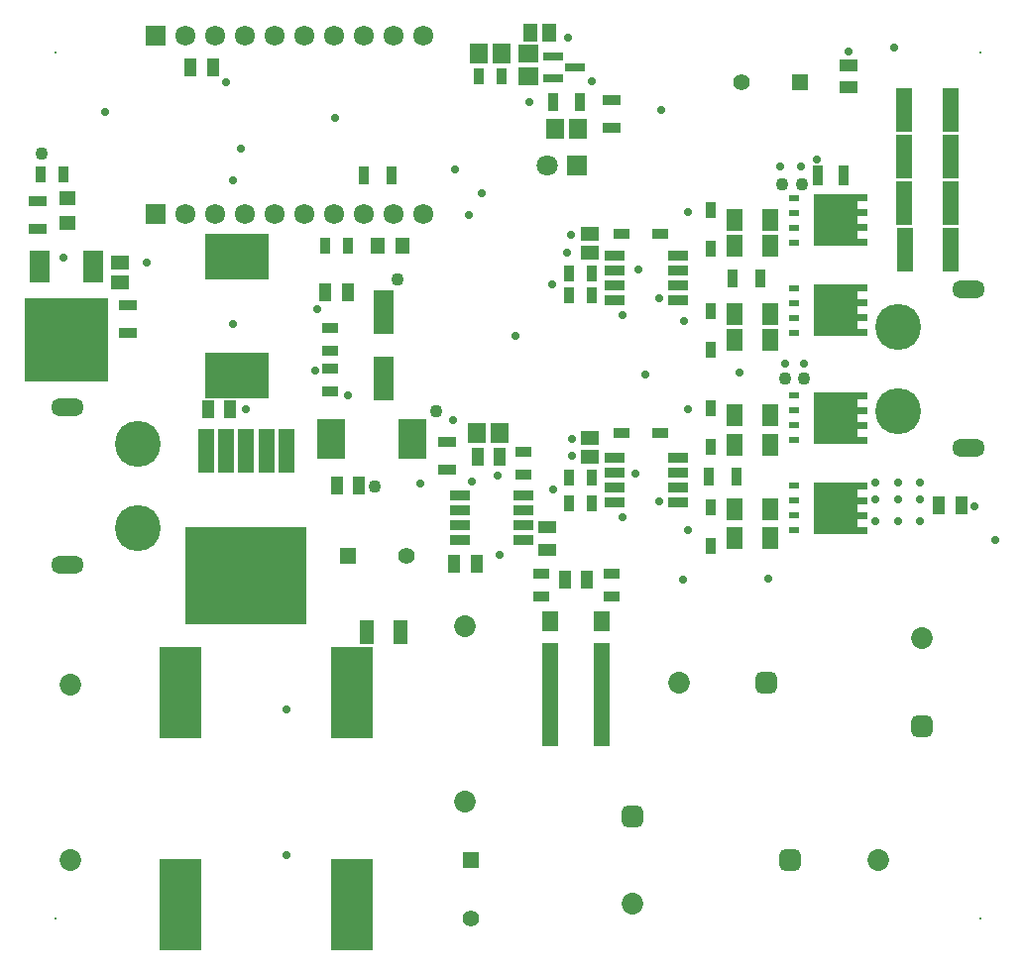
<source format=gts>
G04*
G04 #@! TF.GenerationSoftware,Altium Limited,Altium Designer,21.6.4 (81)*
G04*
G04 Layer_Color=8388736*
%FSLAX44Y44*%
%MOMM*%
G71*
G04*
G04 #@! TF.SameCoordinates,6345E517-F44B-4F0B-96C8-749CB5923BEE*
G04*
G04*
G04 #@! TF.FilePolarity,Negative*
G04*
G01*
G75*
%ADD24R,1.5562X0.9562*%
%ADD26R,0.9500X1.4500*%
%ADD29R,0.9562X1.5562*%
%ADD33R,1.4500X0.9500*%
%ADD46R,1.3561X1.8582*%
%ADD49R,0.9532X1.6532*%
%ADD50R,1.4032X8.9032*%
%ADD51R,1.4032X1.8032*%
%ADD52R,1.1032X1.5032*%
%ADD53R,1.5032X1.1032*%
%ADD54R,1.5532X1.7532*%
%ADD55R,1.1632X1.5932*%
%ADD56R,1.7032X0.8032*%
%ADD57R,1.7532X1.5532*%
%ADD58R,1.7282X0.8532*%
%ADD59R,1.4032X1.3032*%
%ADD60R,1.7032X2.7032*%
%ADD61R,7.2032X7.2032*%
%ADD62R,5.4032X3.9532*%
%ADD63R,1.3032X1.4032*%
%ADD64R,1.8032X3.7032*%
%ADD65R,2.4532X3.4032*%
%ADD66R,1.3032X2.0032*%
%ADD67R,10.3532X8.3032*%
%ADD68R,1.3532X3.8032*%
%ADD69R,1.5932X1.1632*%
%ADD70R,0.9532X1.4532*%
%ADD71R,1.4532X0.9532*%
%ADD72R,0.8500X0.5000*%
%ADD73R,1.4532X3.7232*%
%ADD74R,3.6032X7.8032*%
%ADD75C,1.8532*%
G04:AMPARAMS|DCode=76|XSize=1.8532mm|YSize=1.8532mm|CornerRadius=0.5141mm|HoleSize=0mm|Usage=FLASHONLY|Rotation=0.000|XOffset=0mm|YOffset=0mm|HoleType=Round|Shape=RoundedRectangle|*
%AMROUNDEDRECTD76*
21,1,1.8532,0.8250,0,0,0.0*
21,1,0.8250,1.8532,0,0,0.0*
1,1,1.0282,0.4125,-0.4125*
1,1,1.0282,-0.4125,-0.4125*
1,1,1.0282,-0.4125,0.4125*
1,1,1.0282,0.4125,0.4125*
%
%ADD76ROUNDEDRECTD76*%
%ADD77C,0.2000*%
%ADD78C,3.9192*%
%ADD79O,2.8032X1.5032*%
%ADD80R,1.4032X1.4032*%
%ADD81C,1.4032*%
%ADD82C,1.7232*%
%ADD83R,1.7232X1.7232*%
%ADD84C,1.8032*%
%ADD85R,1.8032X1.8032*%
G04:AMPARAMS|DCode=86|XSize=1.8532mm|YSize=1.8532mm|CornerRadius=0.5141mm|HoleSize=0mm|Usage=FLASHONLY|Rotation=90.000|XOffset=0mm|YOffset=0mm|HoleType=Round|Shape=RoundedRectangle|*
%AMROUNDEDRECTD86*
21,1,1.8532,0.8250,0,0,90.0*
21,1,0.8250,1.8532,0,0,90.0*
1,1,1.0282,0.4125,0.4125*
1,1,1.0282,0.4125,-0.4125*
1,1,1.0282,-0.4125,-0.4125*
1,1,1.0282,-0.4125,0.4125*
%
%ADD86ROUNDEDRECTD86*%
%ADD87R,1.4032X1.4032*%
%ADD88C,0.7016*%
%ADD89C,1.1016*%
%ADD90C,0.7000*%
%ADD91C,0.8032*%
G36*
X723250Y403050D02*
X677750D01*
Y358950D01*
X723250D01*
Y364950D01*
X715250D01*
Y371650D01*
X723250D01*
Y377650D01*
X715250D01*
Y384350D01*
X723250D01*
Y390350D01*
X715250D01*
Y397050D01*
X723250D01*
Y403050D01*
D02*
G37*
G36*
Y480050D02*
X677750D01*
Y435950D01*
X723250D01*
Y441950D01*
X715250D01*
Y448650D01*
X723250D01*
Y454650D01*
X715250D01*
Y461350D01*
X723250D01*
Y467350D01*
X715250D01*
Y474050D01*
X723250D01*
Y480050D01*
D02*
G37*
G36*
Y572050D02*
X677750D01*
Y527950D01*
X723250D01*
Y533950D01*
X715250D01*
Y540650D01*
X723250D01*
Y546650D01*
X715250D01*
Y553350D01*
X723250D01*
Y559350D01*
X715250D01*
Y566050D01*
X723250D01*
Y572050D01*
D02*
G37*
G36*
Y649050D02*
X677750D01*
Y604950D01*
X723250D01*
Y610950D01*
X715250D01*
Y617650D01*
X723250D01*
Y623650D01*
X715250D01*
Y630350D01*
X723250D01*
Y636350D01*
X715250D01*
Y643050D01*
X723250D01*
Y649050D01*
D02*
G37*
D24*
X91840Y530750D02*
D03*
Y554250D02*
D03*
X15000Y619664D02*
D03*
Y643164D02*
D03*
X505355Y729250D02*
D03*
Y705750D02*
D03*
X364824Y413573D02*
D03*
Y437074D02*
D03*
D26*
X487750Y407000D02*
D03*
X468250D02*
D03*
X411250Y750000D02*
D03*
X391750D02*
D03*
X37250Y665737D02*
D03*
X17750D02*
D03*
X279750Y605000D02*
D03*
X260250D02*
D03*
X468708Y581058D02*
D03*
X488208D02*
D03*
X468708Y563000D02*
D03*
X488208D02*
D03*
X468250Y385000D02*
D03*
X487750D02*
D03*
D29*
X478250Y727500D02*
D03*
X454750D02*
D03*
X316750Y665000D02*
D03*
X293250D02*
D03*
X631750Y577500D02*
D03*
X608250D02*
D03*
X611750Y407500D02*
D03*
X588250D02*
D03*
D33*
X445000Y324750D02*
D03*
Y305250D02*
D03*
X265000Y515250D02*
D03*
Y534750D02*
D03*
Y480250D02*
D03*
Y499750D02*
D03*
X430000Y429043D02*
D03*
Y409543D02*
D03*
X505000Y324750D02*
D03*
Y305250D02*
D03*
D46*
X609739Y627000D02*
D03*
X640261D02*
D03*
X609739Y605000D02*
D03*
X640261D02*
D03*
X609739Y547000D02*
D03*
X640261D02*
D03*
X609739Y525000D02*
D03*
X640261D02*
D03*
X609739Y460000D02*
D03*
X640261D02*
D03*
X609739Y435000D02*
D03*
X640261D02*
D03*
X609739Y380000D02*
D03*
X640261D02*
D03*
X609739Y355000D02*
D03*
X640261D02*
D03*
D49*
X681500Y665000D02*
D03*
X703500D02*
D03*
D50*
X452207Y221292D02*
D03*
X496208D02*
D03*
D51*
Y283792D02*
D03*
X452207D02*
D03*
D52*
X145500Y757500D02*
D03*
X164500D02*
D03*
X289500Y400000D02*
D03*
X270500D02*
D03*
X409500Y425000D02*
D03*
X390500D02*
D03*
X370500Y333208D02*
D03*
X389500D02*
D03*
X260500Y565000D02*
D03*
X279500D02*
D03*
X160500Y465000D02*
D03*
X179500Y465000D02*
D03*
X803500Y383000D02*
D03*
X784500D02*
D03*
X465000Y320000D02*
D03*
X484000D02*
D03*
D53*
X707500Y740500D02*
D03*
Y759500D02*
D03*
X450000Y345500D02*
D03*
Y364500D02*
D03*
D54*
X456750Y705000D02*
D03*
X476250D02*
D03*
X411250Y769500D02*
D03*
X391750D02*
D03*
X409750Y445000D02*
D03*
X390250D02*
D03*
D55*
X435900Y787500D02*
D03*
X452100D02*
D03*
D56*
X474000Y757500D02*
D03*
X455000Y748000D02*
D03*
Y767000D02*
D03*
D57*
X433792Y750250D02*
D03*
Y769750D02*
D03*
D58*
X375380Y353450D02*
D03*
Y366150D02*
D03*
Y378850D02*
D03*
Y391550D02*
D03*
X429620D02*
D03*
Y378850D02*
D03*
Y366150D02*
D03*
Y353450D02*
D03*
X562120Y596550D02*
D03*
Y583850D02*
D03*
Y571150D02*
D03*
Y558450D02*
D03*
X507880D02*
D03*
Y571150D02*
D03*
Y583850D02*
D03*
Y596550D02*
D03*
X562120Y424050D02*
D03*
Y411350D02*
D03*
Y398650D02*
D03*
Y385950D02*
D03*
X507880D02*
D03*
Y398650D02*
D03*
Y411350D02*
D03*
Y424050D02*
D03*
D59*
X40324Y645883D02*
D03*
Y624883D02*
D03*
D60*
X62500Y587500D02*
D03*
X16500D02*
D03*
D61*
X39500Y525000D02*
D03*
D62*
X185000Y494500D02*
D03*
Y595500D02*
D03*
D63*
X326043Y605000D02*
D03*
X305042D02*
D03*
D64*
X310000Y492000D02*
D03*
Y548000D02*
D03*
D65*
X265500Y440000D02*
D03*
X334500D02*
D03*
D66*
X295500Y275000D02*
D03*
X324500Y275000D02*
D03*
D67*
X193000Y323500D02*
D03*
D68*
X159000Y430000D02*
D03*
X176000D02*
D03*
X193000D02*
D03*
X210000D02*
D03*
X227000D02*
D03*
D69*
X486208Y615600D02*
D03*
Y599400D02*
D03*
Y440600D02*
D03*
Y424400D02*
D03*
X85000Y574123D02*
D03*
Y590324D02*
D03*
D70*
X590000Y602824D02*
D03*
Y635824D02*
D03*
Y516000D02*
D03*
Y549000D02*
D03*
Y433500D02*
D03*
Y466500D02*
D03*
Y348500D02*
D03*
Y381500D02*
D03*
D71*
X513500Y615000D02*
D03*
X546500D02*
D03*
X513500Y445000D02*
D03*
X546500D02*
D03*
D72*
X661000Y607950D02*
D03*
Y620650D02*
D03*
Y633350D02*
D03*
Y646050D02*
D03*
Y530950D02*
D03*
Y543650D02*
D03*
Y556350D02*
D03*
Y569050D02*
D03*
Y438950D02*
D03*
Y451650D02*
D03*
Y464350D02*
D03*
Y477050D02*
D03*
Y361950D02*
D03*
Y374650D02*
D03*
Y387350D02*
D03*
Y400050D02*
D03*
D73*
X794800Y721000D02*
D03*
X755200D02*
D03*
X794800Y681333D02*
D03*
X755200D02*
D03*
X794800Y641667D02*
D03*
X755200D02*
D03*
X795000Y602000D02*
D03*
X755400D02*
D03*
D74*
X283500Y223458D02*
D03*
X136500D02*
D03*
Y42457D02*
D03*
X283500D02*
D03*
D75*
X42500Y230000D02*
D03*
Y80000D02*
D03*
X562500Y232000D02*
D03*
X523000Y42500D02*
D03*
X732500Y80000D02*
D03*
X770000Y269500D02*
D03*
X380000Y280000D02*
D03*
Y130000D02*
D03*
D76*
X637500Y232000D02*
D03*
X657500Y80000D02*
D03*
D77*
X820000Y770000D02*
D03*
X30000Y30000D02*
D03*
Y770000D02*
D03*
X820000Y30000D02*
D03*
D78*
X100000Y436000D02*
D03*
Y364000D02*
D03*
X750000Y464000D02*
D03*
Y536000D02*
D03*
D79*
X40000Y467500D02*
D03*
Y332500D02*
D03*
X810000Y432500D02*
D03*
Y567500D02*
D03*
D80*
X280000Y340000D02*
D03*
X665707Y745000D02*
D03*
D81*
X330000Y340000D02*
D03*
X615708Y745000D02*
D03*
X385000Y30000D02*
D03*
D82*
X268100Y632600D02*
D03*
X166500D02*
D03*
X141100D02*
D03*
X191900D02*
D03*
X217300D02*
D03*
X242700D02*
D03*
X293500D02*
D03*
X318900D02*
D03*
X344300D02*
D03*
X268100Y785000D02*
D03*
X166500D02*
D03*
X141100D02*
D03*
X191900D02*
D03*
X217300D02*
D03*
X242700D02*
D03*
X293500D02*
D03*
X318900D02*
D03*
X344300D02*
D03*
D83*
X115700Y632600D02*
D03*
Y785000D02*
D03*
D84*
X449800Y673508D02*
D03*
D85*
X475200D02*
D03*
D86*
X523000Y117500D02*
D03*
X770000Y194500D02*
D03*
D87*
X385000Y80000D02*
D03*
D88*
X639000Y321000D02*
D03*
X566000Y320000D02*
D03*
X614000Y497000D02*
D03*
X534000Y495000D02*
D03*
X746000Y774000D02*
D03*
X833000Y354000D02*
D03*
X227000Y84000D02*
D03*
Y209000D02*
D03*
X182000Y538000D02*
D03*
X423000Y528000D02*
D03*
X547000Y721000D02*
D03*
X269000Y714000D02*
D03*
X72000Y719000D02*
D03*
X370000Y456000D02*
D03*
X680000Y679000D02*
D03*
X193000Y465000D02*
D03*
X176000Y745000D02*
D03*
X815000Y382000D02*
D03*
X254000Y551000D02*
D03*
X667000Y673000D02*
D03*
X649000D02*
D03*
X669000Y504000D02*
D03*
X653000D02*
D03*
X768000Y370000D02*
D03*
X750000D02*
D03*
X730000D02*
D03*
X768000Y388000D02*
D03*
X750000D02*
D03*
X730000D02*
D03*
X768000Y403000D02*
D03*
X750000D02*
D03*
X730000D02*
D03*
X294000Y13000D02*
D03*
X272000D02*
D03*
X294000Y29000D02*
D03*
X272000D02*
D03*
X294000Y45000D02*
D03*
X272000D02*
D03*
X294000Y61000D02*
D03*
X272000D02*
D03*
X294000Y75000D02*
D03*
X272000D02*
D03*
X409000Y341000D02*
D03*
X145000Y14000D02*
D03*
X127000D02*
D03*
X145000Y29000D02*
D03*
X127000D02*
D03*
X145000Y44000D02*
D03*
X127000D02*
D03*
X145000Y58000D02*
D03*
X127000Y59000D02*
D03*
X145000Y74000D02*
D03*
X127000D02*
D03*
X342000Y402000D02*
D03*
X280000Y477000D02*
D03*
X707000Y771000D02*
D03*
X514000Y546000D02*
D03*
Y373000D02*
D03*
X471000Y426000D02*
D03*
X466600Y599400D02*
D03*
X488000Y746000D02*
D03*
X391750Y769500D02*
D03*
X188000Y688000D02*
D03*
X182000Y661000D02*
D03*
X390250Y445000D02*
D03*
X450000Y365000D02*
D03*
X60000Y504000D02*
D03*
X39000D02*
D03*
X18000D02*
D03*
X69000Y519000D02*
D03*
X48000D02*
D03*
X27000D02*
D03*
X9000Y520000D02*
D03*
X59000Y538000D02*
D03*
X38000D02*
D03*
X18000Y539000D02*
D03*
X68000Y554000D02*
D03*
X48000D02*
D03*
X27000D02*
D03*
X10000D02*
D03*
X108000Y591000D02*
D03*
X251500Y498500D02*
D03*
X163000Y325000D02*
D03*
X171000Y306000D02*
D03*
X155000D02*
D03*
Y342000D02*
D03*
X147000Y360000D02*
D03*
Y325000D02*
D03*
Y288000D02*
D03*
X234000D02*
D03*
X219000D02*
D03*
X205000D02*
D03*
X191000D02*
D03*
X177000D02*
D03*
X164000D02*
D03*
X228000Y306000D02*
D03*
X213000D02*
D03*
X199000D02*
D03*
X185000D02*
D03*
X234000Y325000D02*
D03*
X219000D02*
D03*
X205000D02*
D03*
X191000D02*
D03*
X177000D02*
D03*
X227000Y342000D02*
D03*
X212565D02*
D03*
X198000D02*
D03*
X184000D02*
D03*
X170000D02*
D03*
X234000Y360000D02*
D03*
X219000D02*
D03*
X205000D02*
D03*
X191000D02*
D03*
X177000D02*
D03*
X163000D02*
D03*
X408000Y409000D02*
D03*
X471000Y440000D02*
D03*
X455000Y397000D02*
D03*
X470000Y614000D02*
D03*
X454000Y572000D02*
D03*
X383000Y631660D02*
D03*
X394000Y650000D02*
D03*
X371000Y670000D02*
D03*
X386000Y404000D02*
D03*
X36904Y595166D02*
D03*
X467500Y782500D02*
D03*
X435000Y727500D02*
D03*
X567000Y541000D02*
D03*
X546000Y560000D02*
D03*
X527500Y585000D02*
D03*
X570000Y634000D02*
D03*
X525000Y410000D02*
D03*
X570000Y362500D02*
D03*
Y465000D02*
D03*
X546000Y387000D02*
D03*
X682000Y627000D02*
D03*
Y609000D02*
D03*
X691000D02*
D03*
X700000D02*
D03*
X709000D02*
D03*
Y618000D02*
D03*
X700000D02*
D03*
X691000D02*
D03*
Y627000D02*
D03*
X700000D02*
D03*
X709000D02*
D03*
Y636000D02*
D03*
X700000D02*
D03*
X691000D02*
D03*
Y645000D02*
D03*
X700000D02*
D03*
X709000D02*
D03*
X682000Y618000D02*
D03*
Y550000D02*
D03*
Y532000D02*
D03*
X691000D02*
D03*
X700000D02*
D03*
X709000D02*
D03*
Y541000D02*
D03*
X700000D02*
D03*
X691000D02*
D03*
Y550000D02*
D03*
X700000D02*
D03*
X709000D02*
D03*
Y559000D02*
D03*
X700000D02*
D03*
X691000D02*
D03*
Y568000D02*
D03*
X700000D02*
D03*
X709000D02*
D03*
X682000Y541000D02*
D03*
Y458000D02*
D03*
Y440000D02*
D03*
X691000D02*
D03*
X700000D02*
D03*
X709000D02*
D03*
Y449000D02*
D03*
X700000D02*
D03*
X691000D02*
D03*
Y458000D02*
D03*
X700000D02*
D03*
X709000D02*
D03*
Y467000D02*
D03*
X700000D02*
D03*
X691000D02*
D03*
Y476000D02*
D03*
X700000D02*
D03*
X709000D02*
D03*
X682000Y449000D02*
D03*
Y381000D02*
D03*
Y363000D02*
D03*
X691000D02*
D03*
X700000D02*
D03*
X709000D02*
D03*
Y372000D02*
D03*
X700000D02*
D03*
X691000D02*
D03*
Y381000D02*
D03*
X700000D02*
D03*
X709000D02*
D03*
Y390000D02*
D03*
X700000D02*
D03*
X691000D02*
D03*
Y399000D02*
D03*
X700000D02*
D03*
X709000D02*
D03*
X682000Y372000D02*
D03*
D89*
X355000Y464000D02*
D03*
X668000Y658000D02*
D03*
X651000D02*
D03*
X669000Y492000D02*
D03*
X653000D02*
D03*
X310000Y495000D02*
D03*
X322000Y576000D02*
D03*
X303000Y399000D02*
D03*
X18000Y684000D02*
D03*
D90*
X682000Y645000D02*
D03*
Y568000D02*
D03*
Y476000D02*
D03*
Y399000D02*
D03*
D91*
Y636000D02*
D03*
Y559000D02*
D03*
Y467000D02*
D03*
Y390000D02*
D03*
M02*

</source>
